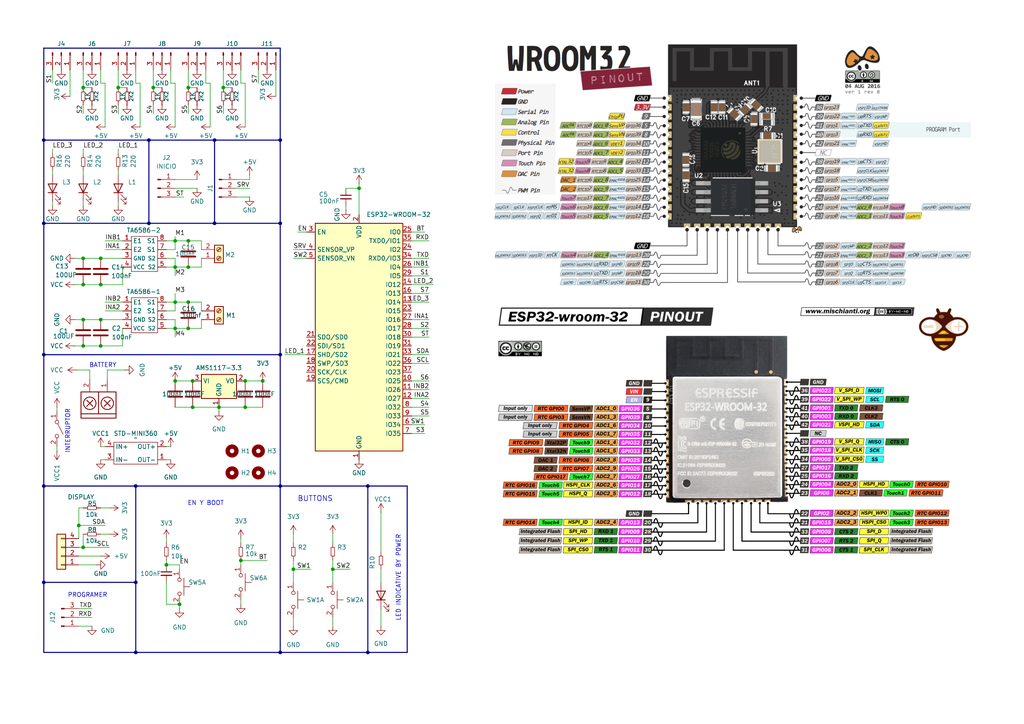
<source format=kicad_sch>
(kicad_sch (version 20250114) (generator "eeschema") (generator_version "9.0")
  (paper "A4")
  (lib_symbols
    (symbol "+3V3_1" (power) (pin_numbers (hide yes)) (pin_names (offset 0) (hide yes))
      (property "Value" "+3V3" (at 0 3.556 0))
      (symbol "+3V3_1_1_1"
        (pin power_in line (at 0 0 90) (length 0) (name "~") (number "1"))
      )
    )
    (symbol "2019---Sumo---NANO---BTS7960-rescue:R-EESTN5" (pin_numbers (hide yes)) (pin_names (offset 0))
      (property "Reference" "R" (at -1.27 0 90))
      (property "Value" "R-EESTN5" (at 1.27 0 90))
      (symbol "R-EESTN5_1_1"
        (pin passive line (at 0 2.54 270) (length 1.27) (name "~") (number "1"))
        (pin passive line (at 0 -2.54 90) (length 1.27) (name "~") (number "2"))
      )
    )
    (symbol "Connector:Conn_01x03_Pin" (pin_names (offset 1.016) (hide yes))
      (property "Reference" "J" (at 0 5.08 0))
      (property "Value" "Conn_01x03_Pin" (at 0 -5.08 0))
      (symbol "Conn_01x03_Pin_1_1"
        (pin passive line (at 5.08 2.54 180) (length 3.81) (name "Pin_1") (number "1"))
        (pin passive line (at 5.08 0 180) (length 3.81) (name "Pin_2") (number "2"))
        (pin passive line (at 5.08 -2.54 180) (length 3.81) (name "Pin_3") (number "3"))
      )
    )
    (symbol "Connector:Screw_Terminal_01x02" (pin_names (offset 1.016) (hide yes))
      (property "Reference" "J" (at 0 2.54 0))
      (property "Value" "Screw_Terminal_01x02" (at 0 -5.08 0))
      (symbol "Screw_Terminal_01x02_1_1"
        (pin passive line (at -5.08 0 0) (length 3.81) (name "Pin_1") (number "1"))
        (pin passive line (at -5.08 -2.54 0) (length 3.81) (name "Pin_2") (number "2"))
      )
    )
    (symbol "Connector_Generic:Conn_01x04" (pin_names (offset 1.016) (hide yes))
      (property "Reference" "J" (at 0 5.08 0))
      (property "Value" "Conn_01x04" (at 0 -7.62 0))
      (symbol "Conn_01x04_1_1"
        (pin passive line (at -5.08 2.54 0) (length 3.81) (name "Pin_1") (number "1"))
        (pin passive line (at -5.08 0 0) (length 3.81) (name "Pin_2") (number "2"))
        (pin passive line (at -5.08 -2.54 0) (length 3.81) (name "Pin_3") (number "3"))
        (pin passive line (at -5.08 -5.08 0) (length 3.81) (name "Pin_4") (number "4"))
      )
    )
    (symbol "Device:C" (pin_numbers (hide yes)) (pin_names (offset 0.254))
      (property "Reference" "C" (at 0.635 2.54 0))
      (property "Value" "C" (at 0.635 -2.54 0))
      (symbol "C_1_1"
        (pin passive line (at 0 3.81 270) (length 2.794) (name "~") (number "1"))
        (pin passive line (at 0 -3.81 90) (length 2.794) (name "~") (number "2"))
      )
    )
    (symbol "Device:C_Small" (pin_numbers (hide yes)) (pin_names (offset 0.254) (hide yes))
      (property "Reference" "C" (at 0.254 1.778 0))
      (property "Value" "C_Small" (at 0.254 -2.032 0))
      (symbol "C_Small_1_1"
        (pin passive line (at 0 2.54 270) (length 2.032) (name "~") (number "1"))
        (pin passive line (at 0 -2.54 90) (length 2.032) (name "~") (number "2"))
      )
    )
    (symbol "Device:LED" (pin_numbers (hide yes)) (pin_names (offset 1.016) (hide yes))
      (property "Reference" "D" (at 0 2.54 0))
      (property "Value" "LED" (at 0 -2.54 0))
      (symbol "LED_1_1"
        (pin passive line (at -3.81 0 0) (length 2.54) (name "K") (number "1"))
        (pin passive line (at 3.81 0 180) (length 2.54) (name "A") (number "2"))
      )
    )
    (symbol "EESTN5:R" (pin_numbers (hide yes)) (pin_names (offset 0))
      (property "Reference" "R" (at -1.27 0 90))
      (property "Value" "R" (at 1.27 0 90))
      (symbol "R_1_1"
        (pin passive line (at 0 2.54 270) (length 1.27) (name "~") (number "1"))
        (pin passive line (at 0 -2.54 90) (length 1.27) (name "~") (number "2"))
      )
    )
    (symbol "EESTN5:TB_1X2" (pin_names (offset 1.016))
      (property "Reference" "J" (at 0 7.62 0))
      (property "Value" "TB_1X2" (at 1.27 -7.62 0))
      (symbol "TB_1X2_1_1"
        (pin input line (at 8.89 2.54 180) (length 3.81) (name "~") (number "1"))
        (pin input line (at 8.89 -2.54 180) (length 3.81) (name "~") (number "2"))
      )
    )
    (symbol "GND_1" (power) (pin_names (offset 0))
      (property "Value" "GND_1" (at 0 -3.81 0))
      (symbol "GND_1_1_1"
        (pin power_in line (at 0 0 270) (length 0) (hide yes) (name "GND") (number "1"))
      )
    )
    (symbol "Mechanical:MountingHole" (pin_names (offset 1.016)) (in_bom no)
      (property "Reference" "H" (at 0 5.08 0))
      (property "Value" "MountingHole" (at 0 3.175 0))
    )
    (symbol "New_Library_Triatlón:TA6586"
      (property "Reference" "DriverTA6586" (at -7.366 7.112 0))
      (symbol "TA6586_1_1"
        (pin bidirectional line (at -13.97 3.81 0) (length 2.54) (name "E1") (number "1"))
        (pin bidirectional line (at -13.97 1.27 0) (length 2.54) (name "E2") (number "2"))
        (pin output line (at -13.97 -1.27 0) (length 2.54) (name "GND") (number "3"))
        (pin input line (at -13.97 -3.81 0) (length 2.54) (name "VCC") (number "4"))
        (pin bidirectional line (at -1.27 3.81 180) (length 2.54) (name "S1") (number "8"))
        (pin bidirectional line (at -1.27 1.27 180) (length 2.54) (name "S1") (number "7"))
        (pin bidirectional line (at -1.27 -1.27 180) (length 2.54) (name "S2") (number "6"))
        (pin bidirectional line (at -1.27 -3.81 180) (length 2.54) (name "S2") (number "5"))
      )
    )
    (symbol "RF_Module:ESP32-WROOM-32"
      (property "Reference" "U" (at -12.7 34.29 0))
      (property "Value" "ESP32-WROOM-32" (at 1.27 34.29 0))
      (symbol "ESP32-WROOM-32_1_1"
        (pin input line (at -15.24 30.48 0) (length 2.54) (name "EN") (number "3"))
        (pin input line (at -15.24 25.4 0) (length 2.54) (name "SENSOR_VP") (number "4"))
        (pin input line (at -15.24 22.86 0) (length 2.54) (name "SENSOR_VN") (number "5"))
        (pin bidirectional line (at -15.24 0 0) (length 2.54) (name "SDO/SD0") (number "21"))
        (pin bidirectional line (at -15.24 -2.54 0) (length 2.54) (name "SDI/SD1") (number "22"))
        (pin bidirectional line (at -15.24 -5.08 0) (length 2.54) (name "SHD/SD2") (number "17"))
        (pin bidirectional line (at -15.24 -7.62 0) (length 2.54) (name "SWP/SD3") (number "18"))
        (pin bidirectional line (at -15.24 -10.16 0) (length 2.54) (name "SCK/CLK") (number "20"))
        (pin bidirectional line (at -15.24 -12.7 0) (length 2.54) (name "SCS/CMD") (number "19"))
        (pin no_connect line (at -12.7 -27.94 0) (length 2.54) (hide yes) (name "NC") (number "32"))
        (pin power_in line (at 0 35.56 270) (length 2.54) (name "VDD") (number "2"))
        (pin power_in line (at 0 -35.56 90) (length 2.54) (name "GND") (number "1"))
        (pin passive line (at 0 -35.56 90) (length 2.54) (hide yes) (name "GND") (number "15"))
        (pin passive line (at 0 -35.56 90) (length 2.54) (hide yes) (name "GND") (number "38"))
        (pin passive line (at 0 -35.56 90) (length 2.54) (hide yes) (name "GND") (number "39"))
        (pin bidirectional line (at 15.24 30.48 180) (length 2.54) (name "IO0") (number "25"))
        (pin bidirectional line (at 15.24 27.94 180) (length 2.54) (name "TXD0/IO1") (number "35"))
        (pin bidirectional line (at 15.24 25.4 180) (length 2.54) (name "IO2") (number "24"))
        (pin bidirectional line (at 15.24 22.86 180) (length 2.54) (name "RXD0/IO3") (number "34"))
        (pin bidirectional line (at 15.24 20.32 180) (length 2.54) (name "IO4") (number "26"))
        (pin bidirectional line (at 15.24 17.78 180) (length 2.54) (name "IO5") (number "29"))
        (pin bidirectional line (at 15.24 15.24 180) (length 2.54) (name "IO12") (number "14"))
        (pin bidirectional line (at 15.24 12.7 180) (length 2.54) (name "IO13") (number "16"))
        (pin bidirectional line (at 15.24 10.16 180) (length 2.54) (name "IO14") (number "13"))
        (pin bidirectional line (at 15.24 7.62 180) (length 2.54) (name "IO15") (number "23"))
        (pin bidirectional line (at 15.24 5.08 180) (length 2.54) (name "IO16") (number "27"))
        (pin bidirectional line (at 15.24 2.54 180) (length 2.54) (name "IO17") (number "28"))
        (pin bidirectional line (at 15.24 0 180) (length 2.54) (name "IO18") (number "30"))
        (pin bidirectional line (at 15.24 -2.54 180) (length 2.54) (name "IO19") (number "31"))
        (pin bidirectional line (at 15.24 -5.08 180) (length 2.54) (name "IO21") (number "33"))
        (pin bidirectional line (at 15.24 -7.62 180) (length 2.54) (name "IO22") (number "36"))
        (pin bidirectional line (at 15.24 -10.16 180) (length 2.54) (name "IO23") (number "37"))
        (pin bidirectional line (at 15.24 -12.7 180) (length 2.54) (name "IO25") (number "10"))
        (pin bidirectional line (at 15.24 -15.24 180) (length 2.54) (name "IO26") (number "11"))
        (pin bidirectional line (at 15.24 -17.78 180) (length 2.54) (name "IO27") (number "12"))
        (pin bidirectional line (at 15.24 -20.32 180) (length 2.54) (name "IO32") (number "8"))
        (pin bidirectional line (at 15.24 -22.86 180) (length 2.54) (name "IO33") (number "9"))
        (pin input line (at 15.24 -25.4 180) (length 2.54) (name "IO34") (number "6"))
        (pin input line (at 15.24 -27.94 180) (length 2.54) (name "IO35") (number "7"))
      )
    )
    (symbol "Regulator_Linear:AMS1117-3.3"
      (property "Reference" "U" (at -3.81 3.175 0))
      (property "Value" "AMS1117-3.3" (at 0 3.175 0))
      (symbol "AMS1117-3.3_1_1"
        (pin power_in line (at -7.62 0 0) (length 2.54) (name "VI") (number "3"))
        (pin power_in line (at 0 -7.62 90) (length 2.54) (name "GND") (number "1"))
        (pin power_out line (at 7.62 0 180) (length 2.54) (name "VO") (number "2"))
      )
    )
    (symbol "Switch:SW_DPST_x2" (pin_names (offset 0) (hide yes))
      (property "Reference" "SW" (at 0 3.175 0))
      (property "Value" "SW_DPST_x2" (at 0 -2.54 0))
      (symbol "SW_DPST_x2_1_1"
        (pin passive line (at -5.08 0 0) (length 2.54) (name "A") (number "1"))
        (pin passive line (at 5.08 0 180) (length 2.54) (name "B") (number "2"))
      )
      (symbol "SW_DPST_x2_2_1"
        (pin passive line (at -5.08 0 0) (length 2.54) (name "A") (number "3"))
        (pin passive line (at 5.08 0 180) (length 2.54) (name "B") (number "4"))
      )
    )
    (symbol "Switch:SW_Push_Dual_x2" (pin_names (offset 1.016) (hide yes))
      (property "Reference" "SW" (at 1.27 2.54 0))
      (property "Value" "SW_Push_Dual_x2" (at 0 -1.524 0))
      (symbol "SW_Push_Dual_x2_1_1"
        (pin passive line (at -5.08 0 0) (length 2.54) (name "C") (number "1"))
        (pin passive line (at 5.08 0 180) (length 2.54) (name "D") (number "2"))
      )
      (symbol "SW_Push_Dual_x2_2_1"
        (pin passive line (at -5.08 0 0) (length 2.54) (name "C") (number "3"))
        (pin passive line (at 5.08 0 180) (length 2.54) (name "D") (number "4"))
      )
    )
    (symbol "TA6586_1"
      (property "Reference" "DriverTA6586" (at -7.366 7.112 0))
      (symbol "TA6586_1_1_1"
        (pin bidirectional line (at -13.97 3.81 0) (length 2.54) (name "E1") (number "1"))
        (pin bidirectional line (at -13.97 1.27 0) (length 2.54) (name "E2") (number "2"))
        (pin output line (at -13.97 -1.27 0) (length 2.54) (name "GND") (number "3"))
        (pin input line (at -13.97 -3.81 0) (length 2.54) (name "VCC") (number "4"))
        (pin bidirectional line (at -1.27 3.81 180) (length 2.54) (name "S1") (number "8"))
        (pin bidirectional line (at -1.27 1.27 180) (length 2.54) (name "S1") (number "7"))
        (pin bidirectional line (at -1.27 -1.27 180) (length 2.54) (name "S2") (number "6"))
        (pin bidirectional line (at -1.27 -3.81 180) (length 2.54) (name "S2") (number "5"))
      )
    )
    (symbol "Trejo huellas nuevas:STEP_DOWN_MINI_360"
      (property "Reference" "U" (at 1.778 2.54 0))
      (symbol "STEP_DOWN_MINI_360_1_1"
        (pin input line (at -5.08 0 0) (length 2.54) (name "OUT+") (number "2"))
        (pin input line (at -5.08 -3.81 0) (length 2.54) (name "OUT-") (number "1"))
        (pin input line (at 12.7 0 180) (length 2.54) (name "IN+") (number "4"))
        (pin input line (at 12.7 -3.81 180) (length 2.54) (name "IN-") (number "3"))
      )
    )
    (symbol "power:+3V3" (power) (pin_names (offset 0))
      (property "Value" "+3V3" (at 0 3.556 0))
      (symbol "+3V3_1_1"
        (pin power_in line (at 0 0 90) (length 0) (hide yes) (name "+3V3") (number "1"))
      )
    )
    (symbol "power:+5V" (power) (pin_numbers (hide yes)) (pin_names (offset 0) (hide yes))
      (property "Value" "+5V" (at 0 3.556 0))
      (symbol "+5V_1_1"
        (pin power_in line (at 0 0 90) (length 0) (name "~") (number "1"))
      )
    )
    (symbol "power:GND" (power) (pin_numbers (hide yes)) (pin_names (offset 0) (hide yes))
      (property "Value" "GND" (at 0 -3.81 0))
      (symbol "GND_1_1"
        (pin power_in line (at 0 0 270) (length 0) (name "~") (number "1"))
      )
    )
    (symbol "power:VCC" (power) (pin_numbers (hide yes)) (pin_names (offset 0) (hide yes))
      (property "Value" "VCC" (at 0 3.556 0))
      (symbol "VCC_1_1"
        (pin power_in line (at 0 0 90) (length 0) (name "~") (number "1"))
      )
    )
  )
  (text "BUTTONS\n" (at 91.44 144.78 0) (effects (font (size 1.524 1.524))))
  (text "EN Y BOOT" (at 59.69 146.05 0) (effects (font (size 1.27 1.27))))
  (text "PROGRAMER\n" (at 25.4 172.72 0) (effects (font (size 1.27 1.27))))
  (text "INTERRUPTOR" (at 19.685 125.095 90) (effects (font (size 1.27 1.27))))
  (text "BATTERY" (at 29.845 106.045 0) (effects (font (size 1.27 1.27))))
  (text "LED INDICATIVE BY P0WER\n" (at 115.57 167.64 90) (effects (font (size 1.27 1.27))))
  (junction (at 29.21 74.93))
  (junction (at 81.28 40.64))
  (junction (at 24.13 100.33))
  (junction (at 71.12 110.49))
  (junction (at 39.37 189.23))
  (junction (at 12.7 40.64))
  (junction (at 54.61 87.63))
  (junction (at 39.37 168.91))
  (junction (at 24.13 82.55))
  (junction (at 54.61 77.47))
  (junction (at 39.37 140.97))
  (junction (at 69.85 162.56))
  (junction (at 29.21 92.71))
  (junction (at 104.14 54.61))
  (junction (at 43.18 40.64))
  (junction (at 24.13 25.4))
  (junction (at 44.45 25.4))
  (junction (at 12.7 64.77))
  (junction (at 81.28 140.97))
  (junction (at 55.88 118.11))
  (junction (at 81.28 64.77))
  (junction (at 29.21 100.33))
  (junction (at 29.21 82.55))
  (junction (at 50.8 110.49))
  (junction (at 62.23 64.77))
  (junction (at 12.7 168.91))
  (junction (at 24.13 92.71))
  (junction (at 55.88 110.49))
  (junction (at 81.28 102.87))
  (junction (at 52.07 175.26))
  (junction (at 54.61 95.25))
  (junction (at 106.68 189.23))
  (junction (at 62.23 40.64))
  (junction (at 22.86 152.4))
  (junction (at 50.8 87.63))
  (junction (at 96.52 165.1))
  (junction (at 64.77 25.4))
  (junction (at 63.5 118.11))
  (junction (at 76.2 110.49))
  (junction (at 48.26 163.83))
  (junction (at 12.7 102.87))
  (junction (at 54.61 25.4))
  (junction (at 34.29 25.4))
  (junction (at 85.09 165.1))
  (junction (at 50.8 69.85))
  (junction (at 50.8 77.47))
  (junction (at 24.13 158.75))
  (junction (at 106.68 140.97))
  (junction (at 54.61 69.85))
  (junction (at 12.7 140.97))
  (junction (at 50.8 95.25))
  (junction (at 81.28 189.23))
  (junction (at 43.18 64.77))
  (junction (at 24.13 74.93))
  (junction (at 71.12 118.11))
  (wire (pts (xy 124.46 85.09) (xy 119.38 85.09)))
  (wire (pts (xy 30.48 72.39) (xy 35.56 72.39)))
  (wire (pts (xy 110.49 168.91) (xy 110.49 165.1)))
  (bus (pts (xy 81.28 40.64) (xy 81.28 64.77)))
  (wire (pts (xy 58.42 87.63) (xy 58.42 90.17)))
  (bus (pts (xy 81.28 102.87) (xy 81.28 140.97)))
  (wire (pts (xy 50.8 74.93) (xy 50.8 77.47)))
  (wire (pts (xy 44.45 20.32) (xy 44.45 25.4)))
  (wire (pts (xy 96.52 165.1) (xy 96.52 168.91)))
  (bus (pts (xy 43.18 40.64) (xy 62.23 40.64)))
  (bus (pts (xy 62.23 64.77) (xy 81.28 64.77)))
  (wire (pts (xy 64.77 20.32) (xy 64.77 25.4)))
  (wire (pts (xy 54.61 25.4) (xy 57.15 25.4)))
  (wire (pts (xy 50.8 110.49) (xy 55.88 110.49)))
  (wire (pts (xy 21.59 100.33) (xy 24.13 100.33)))
  (wire (pts (xy 48.26 156.21) (xy 48.26 157.48)))
  (bus (pts (xy 81.28 64.77) (xy 81.28 102.87)))
  (wire (pts (xy 34.29 58.42) (xy 34.29 59.69)))
  (wire (pts (xy 29.21 92.71) (xy 35.56 92.71)))
  (wire (pts (xy 48.26 90.17) (xy 50.8 90.17)))
  (wire (pts (xy 124.46 102.87) (xy 119.38 102.87)))
  (wire (pts (xy 124.46 110.49) (xy 119.38 110.49)))
  (bus (pts (xy 12.7 168.91) (xy 12.7 189.23)))
  (wire (pts (xy 124.46 87.63) (xy 119.38 87.63)))
  (wire (pts (xy 30.48 90.17) (xy 35.56 90.17)))
  (wire (pts (xy 86.36 67.31) (xy 88.9 67.31)))
  (bus (pts (xy 81.28 140.97) (xy 106.68 140.97)))
  (wire (pts (xy 69.85 156.21) (xy 69.85 157.48)))
  (wire (pts (xy 48.26 72.39) (xy 50.8 72.39)))
  (wire (pts (xy 72.39 52.07) (xy 72.39 50.8)))
  (bus (pts (xy 81.28 13.97) (xy 12.7 13.97)))
  (wire (pts (xy 82.55 102.87) (xy 88.9 102.87)))
  (wire (pts (xy 54.61 95.25) (xy 58.42 95.25)))
  (wire (pts (xy 125.73 82.55) (xy 119.38 82.55)))
  (wire (pts (xy 48.26 168.91) (xy 48.26 175.26)))
  (wire (pts (xy 48.26 87.63) (xy 50.8 87.63)))
  (wire (pts (xy 30.48 36.83) (xy 30.48 24.13)))
  (bus (pts (xy 43.18 40.64) (xy 43.18 64.77)))
  (wire (pts (xy 74.93 24.13) (xy 74.93 20.32)))
  (wire (pts (xy 48.26 92.71) (xy 50.8 92.71)))
  (wire (pts (xy 69.85 24.13) (xy 69.85 20.32)))
  (wire (pts (xy 100.33 59.69) (xy 100.33 60.96)))
  (bus (pts (xy 81.28 40.64) (xy 81.28 13.97)))
  (wire (pts (xy 69.85 162.56) (xy 69.85 163.83)))
  (wire (pts (xy 124.46 95.25) (xy 119.38 95.25)))
  (wire (pts (xy 40.64 36.83) (xy 40.64 24.13)))
  (wire (pts (xy 52.07 175.26) (xy 52.07 176.53)))
  (wire (pts (xy 49.53 133.35) (xy 48.26 133.35)))
  (wire (pts (xy 124.46 118.11) (xy 119.38 118.11)))
  (wire (pts (xy 124.46 105.41) (xy 119.38 105.41)))
  (wire (pts (xy 24.13 58.42) (xy 24.13 59.69)))
  (wire (pts (xy 35.56 82.55) (xy 35.56 77.47)))
  (wire (pts (xy 64.77 25.4) (xy 67.31 25.4)))
  (wire (pts (xy 50.8 95.25) (xy 54.61 95.25)))
  (wire (pts (xy 21.59 74.93) (xy 24.13 74.93)))
  (wire (pts (xy 29.21 82.55) (xy 35.56 82.55)))
  (wire (pts (xy 69.85 173.99) (xy 69.85 175.26)))
  (wire (pts (xy 34.29 43.18) (xy 34.29 44.45)))
  (wire (pts (xy 34.29 49.53) (xy 34.29 50.8)))
  (wire (pts (xy 104.14 53.34) (xy 104.14 54.61)))
  (wire (pts (xy 71.12 24.13) (xy 69.85 24.13)))
  (wire (pts (xy 54.61 69.85) (xy 58.42 69.85)))
  (wire (pts (xy 54.61 87.63) (xy 58.42 87.63)))
  (wire (pts (xy 54.61 20.32) (xy 54.61 25.4)))
  (wire (pts (xy 15.24 24.13) (xy 15.24 20.32)))
  (wire (pts (xy 80.01 27.94) (xy 80.01 20.32)))
  (wire (pts (xy 123.19 123.19) (xy 119.38 123.19)))
  (wire (pts (xy 123.19 125.73) (xy 119.38 125.73)))
  (wire (pts (xy 104.14 54.61) (xy 104.14 62.23)))
  (wire (pts (xy 96.52 179.07) (xy 96.52 181.61)))
  (wire (pts (xy 34.29 25.4) (xy 36.83 25.4)))
  (wire (pts (xy 24.13 82.55) (xy 29.21 82.55)))
  (wire (pts (xy 50.8 87.63) (xy 54.61 87.63)))
  (wire (pts (xy 59.69 24.13) (xy 59.69 20.32)))
  (wire (pts (xy 50.8 54.61) (xy 57.15 54.61)))
  (wire (pts (xy 48.26 175.26) (xy 52.07 175.26)))
  (wire (pts (xy 124.46 80.01) (xy 119.38 80.01)))
  (wire (pts (xy 54.61 77.47) (xy 58.42 77.47)))
  (wire (pts (xy 85.09 179.07) (xy 85.09 181.61)))
  (wire (pts (xy 124.46 97.79) (xy 119.38 97.79)))
  (wire (pts (xy 72.39 57.15) (xy 68.58 57.15)))
  (wire (pts (xy 24.13 33.02) (xy 24.13 30.48)))
  (wire (pts (xy 24.13 25.4) (xy 26.67 25.4)))
  (bus (pts (xy 39.37 168.91) (xy 39.37 189.23)))
  (wire (pts (xy 15.24 49.53) (xy 15.24 50.8)))
  (wire (pts (xy 26.67 179.07) (xy 22.86 179.07)))
  (wire (pts (xy 50.8 118.11) (xy 55.88 118.11)))
  (wire (pts (xy 50.8 24.13) (xy 49.53 24.13)))
  (wire (pts (xy 96.52 162.56) (xy 96.52 165.1)))
  (wire (pts (xy 24.13 154.94) (xy 24.13 158.75)))
  (wire (pts (xy 39.37 24.13) (xy 39.37 20.32)))
  (wire (pts (xy 58.42 69.85) (xy 58.42 72.39)))
  (wire (pts (xy 34.29 33.02) (xy 34.29 30.48)))
  (wire (pts (xy 31.115 107.315) (xy 31.115 109.855)))
  (wire (pts (xy 30.48 69.85) (xy 35.56 69.85)))
  (wire (pts (xy 22.225 107.315) (xy 26.035 107.315)))
  (bus (pts (xy 12.7 13.97) (xy 12.7 40.64)))
  (wire (pts (xy 100.33 54.61) (xy 104.14 54.61)))
  (wire (pts (xy 21.59 92.71) (xy 24.13 92.71)))
  (wire (pts (xy 119.38 115.57) (xy 124.46 115.57)))
  (wire (pts (xy 53.34 57.15) (xy 50.8 57.15)))
  (wire (pts (xy 90.17 165.1) (xy 85.09 165.1)))
  (wire (pts (xy 48.26 163.83) (xy 52.07 163.83)))
  (wire (pts (xy 58.42 92.71) (xy 58.42 95.25)))
  (wire (pts (xy 15.24 58.42) (xy 15.24 59.69)))
  (wire (pts (xy 22.86 163.83) (xy 27.94 163.83)))
  (bus (pts (xy 12.7 140.97) (xy 12.7 168.91)))
  (wire (pts (xy 16.51 130.81) (xy 16.51 129.54)))
  (wire (pts (xy 44.45 33.02) (xy 44.45 30.48)))
  (wire (pts (xy 29.21 133.35) (xy 30.48 133.35)))
  (wire (pts (xy 30.48 87.63) (xy 35.56 87.63)))
  (wire (pts (xy 29.21 24.13) (xy 29.21 20.32)))
  (wire (pts (xy 110.49 181.61) (xy 110.49 176.53)))
  (wire (pts (xy 50.8 90.17) (xy 50.8 87.63)))
  (wire (pts (xy 71.12 118.11) (xy 76.2 118.11)))
  (wire (pts (xy 63.5 118.11) (xy 63.5 119.38)))
  (bus (pts (xy 62.23 40.64) (xy 81.28 40.64)))
  (wire (pts (xy 71.12 110.49) (xy 76.2 110.49)))
  (wire (pts (xy 22.86 161.29) (xy 29.21 161.29)))
  (wire (pts (xy 85.09 74.93) (xy 88.9 74.93)))
  (wire (pts (xy 44.45 25.4) (xy 46.99 25.4)))
  (wire (pts (xy 85.09 165.1) (xy 85.09 168.91)))
  (bus (pts (xy 12.7 64.77) (xy 43.18 64.77)))
  (wire (pts (xy 85.09 154.94) (xy 85.09 157.48)))
  (wire (pts (xy 22.86 152.4) (xy 22.86 147.32)))
  (wire (pts (xy 49.53 129.54) (xy 48.26 129.54)))
  (wire (pts (xy 69.85 162.56) (xy 77.47 162.56)))
  (bus (pts (xy 12.7 40.64) (xy 43.18 40.64)))
  (wire (pts (xy 85.09 162.56) (xy 85.09 165.1)))
  (wire (pts (xy 63.5 118.11) (xy 71.12 118.11)))
  (wire (pts (xy 101.6 165.1) (xy 96.52 165.1)))
  (bus (pts (xy 39.37 140.97) (xy 39.37 168.91)))
  (wire (pts (xy 48.26 95.25) (xy 50.8 95.25)))
  (wire (pts (xy 36.195 107.315) (xy 31.115 107.315)))
  (wire (pts (xy 31.75 158.75) (xy 24.13 158.75)))
  (bus (pts (xy 81.28 189.23) (xy 106.68 189.23)))
  (wire (pts (xy 24.13 92.71) (xy 29.21 92.71)))
  (bus (pts (xy 12.7 102.87) (xy 12.7 140.97)))
  (wire (pts (xy 50.8 85.09) (xy 50.8 87.63)))
  (wire (pts (xy 22.86 152.4) (xy 30.48 152.4)))
  (wire (pts (xy 64.77 33.02) (xy 64.77 30.48)))
  (bus (pts (xy 12.7 40.64) (xy 12.7 64.77)))
  (wire (pts (xy 16.51 118.11) (xy 16.51 119.38)))
  (wire (pts (xy 50.8 52.07) (xy 57.15 52.07)))
  (wire (pts (xy 22.86 147.32) (xy 24.13 147.32)))
  (wire (pts (xy 60.96 24.13) (xy 59.69 24.13)))
  (wire (pts (xy 52.07 165.1) (xy 52.07 163.83)))
  (wire (pts (xy 48.26 74.93) (xy 50.8 74.93)))
  (wire (pts (xy 50.8 69.85) (xy 54.61 69.85)))
  (bus (pts (xy 12.7 189.23) (xy 39.37 189.23)))
  (wire (pts (xy 119.38 74.93) (xy 124.46 74.93)))
  (wire (pts (xy 110.49 148.59) (xy 110.49 160.02)))
  (wire (pts (xy 26.67 176.53) (xy 22.86 176.53)))
  (wire (pts (xy 26.035 107.315) (xy 26.035 109.855)))
  (wire (pts (xy 54.61 33.02) (xy 54.61 30.48)))
  (wire (pts (xy 15.24 43.18) (xy 15.24 44.45)))
  (wire (pts (xy 29.21 100.33) (xy 35.56 100.33)))
  (wire (pts (xy 49.53 24.13) (xy 49.53 20.32)))
  (bus (pts (xy 12.7 102.87) (xy 81.28 102.87)))
  (wire (pts (xy 24.13 158.75) (xy 22.86 158.75)))
  (wire (pts (xy 50.8 72.39) (xy 50.8 69.85)))
  (wire (pts (xy 124.46 92.71) (xy 119.38 92.71)))
  (wire (pts (xy 96.52 154.94) (xy 96.52 157.48)))
  (wire (pts (xy 48.26 77.47) (xy 50.8 77.47)))
  (wire (pts (xy 50.8 92.71) (xy 50.8 95.25)))
  (wire (pts (xy 40.64 24.13) (xy 39.37 24.13)))
  (wire (pts (xy 55.88 118.11) (xy 63.5 118.11)))
  (bus (pts (xy 43.18 64.77) (xy 62.23 64.77)))
  (bus (pts (xy 118.11 140.97) (xy 118.11 189.23)))
  (wire (pts (xy 60.96 36.83) (xy 60.96 24.13)))
  (wire (pts (xy 29.21 129.54) (xy 30.48 129.54)))
  (bus (pts (xy 106.68 140.97) (xy 106.68 189.23)))
  (bus (pts (xy 12.7 168.91) (xy 39.37 168.91)))
  (wire (pts (xy 20.32 27.94) (xy 20.32 20.32)))
  (wire (pts (xy 119.38 69.85) (xy 124.46 69.85)))
  (wire (pts (xy 50.8 80.01) (xy 50.8 77.47)))
  (bus (pts (xy 39.37 140.97) (xy 81.28 140.97)))
  (wire (pts (xy 48.26 162.56) (xy 48.26 163.83)))
  (bus (pts (xy 12.7 140.97) (xy 39.37 140.97)))
  (bus (pts (xy 12.7 64.77) (xy 12.7 102.87)))
  (wire (pts (xy 88.9 72.39) (xy 85.09 72.39)))
  (wire (pts (xy 119.38 67.31) (xy 123.19 67.31)))
  (wire (pts (xy 50.8 36.83) (xy 50.8 24.13)))
  (wire (pts (xy 30.48 24.13) (xy 29.21 24.13)))
  (wire (pts (xy 50.8 77.47) (xy 54.61 77.47)))
  (bus (pts (xy 39.37 189.23) (xy 81.28 189.23)))
  (wire (pts (xy 124.46 77.47) (xy 119.38 77.47)))
  (bus (pts (xy 62.23 40.64) (xy 62.23 64.77)))
  (wire (pts (xy 58.42 77.47) (xy 58.42 74.93)))
  (wire (pts (xy 26.67 181.61) (xy 22.86 181.61)))
  (wire (pts (xy 24.13 43.18) (xy 24.13 44.45)))
  (wire (pts (xy 21.59 82.55) (xy 24.13 82.55)))
  (wire (pts (xy 34.29 20.32) (xy 34.29 25.4)))
  (wire (pts (xy 50.8 68.58) (xy 50.8 69.85)))
  (wire (pts (xy 72.39 54.61) (xy 68.58 54.61)))
  (wire (pts (xy 31.75 147.32) (xy 29.21 147.32)))
  (bus (pts (xy 106.68 189.23) (xy 118.11 189.23)))
  (wire (pts (xy 124.46 120.65) (xy 119.38 120.65)))
  (bus (pts (xy 81.28 140.97) (xy 81.28 189.23)))
  (wire (pts (xy 50.8 97.79) (xy 50.8 95.25)))
  (wire (pts (xy 124.46 113.03) (xy 119.38 113.03)))
  (wire (pts (xy 71.12 36.83) (xy 71.12 24.13)))
  (bus (pts (xy 106.68 140.97) (xy 118.11 140.97)))
  (wire (pts (xy 22.86 156.21) (xy 22.86 152.4)))
  (wire (pts (xy 24.13 20.32) (xy 24.13 25.4)))
  (wire (pts (xy 24.13 74.93) (xy 29.21 74.93)))
  (wire (pts (xy 24.13 100.33) (xy 29.21 100.33)))
  (wire (pts (xy 29.21 74.93) (xy 35.56 74.93)))
  (wire (pts (xy 68.58 52.07) (xy 72.39 52.07)))
  (wire (pts (xy 48.26 69.85) (xy 50.8 69.85)))
  (wire (pts (xy 35.56 100.33) (xy 35.56 95.25)))
  (wire (pts (xy 31.75 154.94) (xy 29.21 154.94)))
  (wire (pts (xy 24.13 49.53) (xy 24.13 50.8)))
  (image (at 212.725 47.625) (scale 1.17303))
  (image (at 212.725 125.095) (scale 0.915504))
  (label "SW2" (at 101.6 165.1 180))
  (label "LED_2" (at 125.73 82.55 180))
  (label "S2" (at 24.13 33.02 90))
  (label "SW2" (at 85.09 74.93 0))
  (label "M2" (at 50.8 80.01 0))
  (label "INB2" (at 124.46 113.03 180))
  (label "TXD" (at 124.46 74.93 180))
  (label "INA2" (at 124.46 115.57 180))
  (label "S1" (at 15.24 24.13 90))
  (label "INA2" (at 30.48 90.17 0))
  (label "S7" (at 124.46 85.09 180))
  (label "INB2" (at 30.48 87.63 0))
  (label "S5" (at 124.46 120.65 180))
  (label "INB1" (at 30.48 69.85 0))
  (label "LED_1" (at 82.55 102.87 0))
  (label "BT" (at 77.47 162.56 180))
  (label "SCL" (at 124.46 105.41 180))
  (label "SRV" (at 72.39 54.61 180))
  (label "INA1" (at 124.46 92.71 180))
  (label "ST" (at 53.34 57.15 180))
  (label "S5" (at 54.61 33.02 90))
  (label "RXD" (at 124.46 69.85 180))
  (label "SDA" (at 124.46 102.87 180))
  (label "S6" (at 64.77 33.02 90))
  (label "LED_1" (at 34.29 43.18 0))
  (label "EN" (at 52.07 163.83 0))
  (label "EN" (at 86.36 67.31 0))
  (label "M4" (at 50.8 97.79 0))
  (label "LED_3" (at 124.46 87.63 180))
  (label "SDA" (at 30.48 152.4 180))
  (label "S6" (at 124.46 110.49 180))
  (label "LED_3" (at 15.24 43.18 0))
  (label "SRV" (at 85.09 72.39 0))
  (label "LED_2" (at 24.13 43.18 0))
  (label "SCL" (at 31.75 158.75 180))
  (label "S4" (at 44.45 33.02 90))
  (label "S3" (at 123.19 125.73 180))
  (label "RXD" (at 26.67 179.07 180))
  (label "S7" (at 74.93 24.13 90))
  (label "ST" (at 124.46 97.79 180))
  (label "S3" (at 34.29 33.02 90))
  (label "BT" (at 123.19 67.31 180))
  (label "S2" (at 124.46 95.25 180))
  (label "M1" (at 50.8 68.58 0))
  (label "SW1" (at 123.19 123.19 180))
  (label "INA1" (at 30.48 72.39 0))
  (label "SW1" (at 90.17 165.1 180))
  (label "S4" (at 124.46 118.11 180))
  (label "INB1" (at 124.46 77.47 180))
  (label "S1" (at 124.46 80.01 180))
  (label "M3" (at 50.8 85.09 0))
  (label "TXD" (at 26.67 176.53 180))
  (symbol (lib_id "Mechanical:MountingHole") (at 67.31 137.16 0) (unit 1) (in_bom no)
    (property "Reference" "H2" (at 69.85 137.16 0) (effects (justify left)))
    (property "Value" "MountingHole" (effects (hide yes)))
    (property "Footprint" "MountingHole:MountingHole_3mm" (effects (hide yes)))
    (property "Description" "Mounting Hole without connection" (effects (hide yes)))
  )
  (symbol (lib_id "Connector:Conn_01x03_Pin") (at 26.67 15.24 270) (unit 1)
    (property "Reference" "J6" (at 26.67 12.7 90))
    (property "Value" "Conn_01x03_Pin" (effects (hide yes)))
    (property "Footprint" "Connector_PinHeader_2.54mm:PinHeader_1x03_P2.54mm_Horizontal" (effects (hide yes)))
    (property "Description" "Generic connector, single row, 01x03, script generated" (effects (hide yes)))
  )
  (symbol (lib_id "power:GND") (at 26.67 30.48 0) (unit 1)
    (property "Reference" "#PWR060" (effects (hide yes)))
    (property "Value" "GND" (at 26.67 34.29 0))
  )
  (symbol (lib_id "Device:C") (at 54.61 91.44 0) (unit 1)
    (property "Reference" "C16" (at 52.705 89.535 0) (effects (justify left)))
    (property "Value" "100nf" (at 52.705 91.44 0) (effects (justify left)))
    (property "Footprint" "Capacitor_SMD:C_0805_2012Metric_Pad1.18x1.45mm_HandSolder" (effects (hide yes)))
    (property "Description" "Unpolarized capacitor" (effects (hide yes)))
  )
  (symbol (lib_id "EESTN5:R") (at 48.26 160.02 0) (unit 1)
    (property "Reference" "R6" (at 49.53 158.7499 0) (effects (justify left)))
    (property "Value" "10k" (at 49.53 161.2899 0) (effects (justify left)))
    (property "Footprint" "Resistor_SMD:R_0805_2012Metric_Pad1.20x1.40mm_HandSolder" (effects (hide yes)))
  )
  (symbol (lib_id "New_Library_Triatlón:TA6586") (at 49.53 73.66 0) (unit 1)
    (property "Reference" "TA6586-2" (at 41.656 66.802 0))
    (property "Footprint" "Package_DIP:DIP-8_W7.62mm" (effects (hide yes)))
  )
  (symbol (lib_id "Switch:SW_Push_Dual_x2") (at 96.52 173.99 270) (unit 1)
    (property "Reference" "SW2" (at 100.33 173.9899 90) (effects (justify left)))
    (property "Value" "SW_Push_Dual_x2" (effects (hide yes)))
    (property "Footprint" "Button_Switch_SMD:SW_Tactile_SPST_NO_Straight_CK_PTS636Sx25SMTRLFS" (effects (hide yes)))
    (property "Description" "Push button switch, generic, separate symbols, four pins" (effects (hide yes)))
  )
  (symbol (lib_id "power:+5V") (at 50.8 36.83 90) (unit 1)
    (property "Reference" "#PWR071" (effects (hide yes)))
    (property "Value" "+5V" (at 49.53 39.37 90))
    (property "Description" "Power symbol creates a global label with name \"+5V\"" (effects (hide yes)))
  )
  (symbol (lib_id "Switch:SW_Push_Dual_x2") (at 85.09 173.99 270) (unit 1)
    (property "Reference" "SW1" (at 88.9 173.9899 90) (effects (justify left)))
    (property "Value" "SW_Push_Dual_x2" (effects (hide yes)))
    (property "Footprint" "Button_Switch_SMD:SW_Tactile_SPST_NO_Straight_CK_PTS636Sx25SMTRLFS" (effects (hide yes)))
    (property "Description" "Push button switch, generic, separate symbols, four pins" (effects (hide yes)))
  )
  (symbol (lib_id "Connector:Conn_01x03_Pin") (at 77.47 15.24 270) (unit 1)
    (property "Reference" "J11" (at 77.47 12.7 90))
    (property "Value" "Conn_01x03_Pin" (effects (hide yes)))
    (property "Footprint" "Connector_PinHeader_2.54mm:PinHeader_1x03_P2.54mm_Horizontal" (effects (hide yes)))
    (property "Description" "Generic connector, single row, 01x03, script generated" (effects (hide yes)))
  )
  (symbol (lib_id "power:GND") (at 100.33 60.96 0) (unit 1)
    (property "Reference" "#PWR08" (effects (hide yes)))
    (property "Value" "GND" (at 97.79 62.23 90))
    (property "Description" "Power symbol creates a global label with name \"GND\" , ground" (effects (hide yes)))
  )
  (symbol (lib_id "power:GND") (at 34.29 59.69 0) (unit 1)
    (property "Reference" "#PWR038" (effects (hide yes)))
    (property "Value" "GND" (at 34.29 63.5 0))
  )
  (symbol (lib_id "2019---Sumo---NANO---BTS7960-rescue:R-EESTN5") (at 64.77 27.94 0) (unit 1)
    (property "Reference" "R24" (effects (hide yes)))
    (property "Value" "1K" (at 66.04 27.94 90))
    (property "Footprint" "Resistor_SMD:R_0805_2012Metric_Pad1.20x1.40mm_HandSolder" (effects (hide yes)))
  )
  (symbol (lib_id "power:+5V") (at 40.64 36.83 90) (unit 1)
    (property "Reference" "#PWR069" (effects (hide yes)))
    (property "Value" "+5V" (at 39.37 39.37 90))
    (property "Description" "Power symbol creates a global label with name \"+5V\"" (effects (hide yes)))
  )
  (symbol (lib_id "power:GND") (at 36.83 20.32 0) (unit 1)
    (property "Reference" "#PWR043" (effects (hide yes)))
    (property "Value" "GND" (at 36.83 24.13 0))
  )
  (symbol (lib_id "2019---Sumo---NANO---BTS7960-rescue:R-EESTN5") (at 46.99 27.94 0) (unit 1)
    (property "Reference" "R21" (effects (hide yes)))
    (property "Value" "2K2" (at 48.26 27.94 90) (effects (font (size 1.016 1.016))))
    (property "Footprint" "Resistor_SMD:R_0805_2012Metric_Pad1.20x1.40mm_HandSolder" (effects (hide yes)))
  )
  (symbol (lib_name "+3V3_1") (lib_id "power:+3V3") (at 80.01 27.94 90) (unit 1)
    (property "Reference" "#PWR05" (effects (hide yes)))
    (property "Value" "3V3" (at 76.2 29.21 0) (effects (justify left)))
    (property "Description" "Power symbol creates a global label with name \"+3V3\"" (effects (hide yes)))
  )
  (symbol (lib_id "Switch:SW_Push_Dual_x2") (at 52.07 170.18 270) (unit 1)
    (property "Reference" "SW5" (at 54.61 168.91 90) (effects (justify left)))
    (property "Value" "SW_Push_Dual_x2" (effects (hide yes)))
    (property "Footprint" "Button_Switch_SMD:SW_Tactile_SPST_NO_Straight_CK_PTS636Sx25SMTRLFS" (effects (hide yes)))
    (property "Description" "Push button switch, generic, separate symbols, four pins" (effects (hide yes)))
  )
  (symbol (lib_id "EESTN5:TB_1X2") (at 28.575 118.745 270) (mirror x) (unit 1)
    (property "Reference" "Alimentacion1" (effects (hide yes)))
    (property "Value" "TB_1X2" (effects (hide yes)))
    (property "Footprint" "Connector_AMASS:AMASS_XT30U-M_1x02_P5.0mm_Vertical" (effects (hide yes)))
  )
  (symbol (lib_id "power:+3V3") (at 69.85 156.21 0) (unit 1)
    (property "Reference" "#PWR025" (effects (hide yes)))
    (property "Value" "3V3" (at 69.85 151.13 0))
  )
  (symbol (lib_id "Connector:Conn_01x03_Pin") (at 63.5 54.61 0) (unit 1)
    (property "Reference" "J1" (at 60.96 54.61 90))
    (property "Value" "Conn_01x03_Pin" (effects (hide yes)))
    (property "Footprint" "Connector_PinHeader_2.54mm:PinHeader_1x03_P2.54mm_Vertical" (effects (hide yes)))
    (property "Description" "Generic connector, single row, 01x03, script generated" (effects (hide yes)))
  )
  (symbol (lib_id "power:GND") (at 24.13 59.69 0) (unit 1)
    (property "Reference" "#PWR037" (effects (hide yes)))
    (property "Value" "GND" (at 24.13 63.5 0))
  )
  (symbol (lib_id "power:GND") (at 21.59 92.71 270) (unit 1)
    (property "Reference" "#PWR07" (effects (hide yes)))
    (property "Value" "GND" (at 16.51 92.71 0))
    (property "Description" "Power symbol creates a global label with name \"GND\" , ground" (effects (hide yes)))
  )
  (symbol (lib_id "power:+3V3") (at 31.75 154.94 270) (unit 1)
    (property "Reference" "#PWR033" (effects (hide yes)))
    (property "Value" "3V3" (at 36.195 154.94 0))
  )
  (symbol (lib_id "Connector:Screw_Terminal_01x02") (at 63.5 92.71 0) (mirror x) (unit 1)
    (property "Reference" "M1" (at 65.532 91.44 0) (effects (justify left)))
    (property "Value" "M1" (effects (hide yes)))
    (property "Footprint" "Connector_JST:JST_XH_S2B-XH-A-1_1x02_P2.50mm_Horizontal" (effects (hide yes)))
    (property "Description" "Generic screw terminal, single row, 01x02, script generated (kicad-library-utils/schlib/autogen/connector/)" (effects (hide yes)))
  )
  (symbol (lib_id "power:+5V") (at 72.39 50.8 0) (unit 1)
    (property "Reference" "#PWR077" (effects (hide yes)))
    (property "Value" "+5V" (at 72.39 46.99 0))
    (property "Description" "Power symbol creates a global label with name \"+5V\"" (effects (hide yes)))
  )
  (symbol (lib_id "2019---Sumo---NANO---BTS7960-rescue:R-EESTN5") (at 34.29 27.94 0) (unit 1)
    (property "Reference" "R18" (effects (hide yes)))
    (property "Value" "1K" (at 35.56 27.94 90))
    (property "Footprint" "Resistor_SMD:R_0805_2012Metric_Pad1.20x1.40mm_HandSolder" (effects (hide yes)))
  )
  (symbol (lib_id "Mechanical:MountingHole") (at 74.93 130.81 0) (unit 1) (in_bom no)
    (property "Reference" "H3" (at 77.47 130.81 0) (effects (justify left)))
    (property "Value" "MountingHole" (effects (hide yes)))
    (property "Footprint" "MountingHole:MountingHole_3mm" (effects (hide yes)))
    (property "Description" "Mounting Hole without connection" (effects (hide yes)))
  )
  (symbol (lib_id "power:VCC") (at 22.225 107.315 90) (unit 1)
    (property "Reference" "#PWR02" (effects (hide yes)))
    (property "Value" "VCC" (at 18.415 107.3149 90) (effects (justify left)))
    (property "Description" "Power symbol creates a global label with name \"VCC\"" (effects (hide yes)))
  )
  (symbol (lib_id "power:GND") (at 29.21 133.35 0) (unit 1)
    (property "Reference" "#PWR070" (effects (hide yes)))
    (property "Value" "GND" (at 29.21 138.43 0))
    (property "Description" "Power symbol creates a global label with name \"GND\" , ground" (effects (hide yes)))
  )
  (symbol (lib_id "Connector:Conn_01x03_Pin") (at 46.99 15.24 270) (unit 1)
    (property "Reference" "J8" (at 46.99 12.7 90))
    (property "Value" "Conn_01x03_Pin" (effects (hide yes)))
    (property "Footprint" "Connector_PinHeader_2.54mm:PinHeader_1x03_P2.54mm_Horizontal" (effects (hide yes)))
    (property "Description" "Generic connector, single row, 01x03, script generated" (effects (hide yes)))
  )
  (symbol (lib_id "Device:C") (at 29.21 96.52 0) (unit 1)
    (property "Reference" "C2" (at 32.385 95.25 0) (effects (justify left)))
    (property "Value" "100nF" (at 32.385 97.79 0) (effects (justify left)))
    (property "Footprint" "Capacitor_SMD:C_0805_2012Metric_Pad1.18x1.45mm_HandSolder" (effects (hide yes)))
    (property "Description" "Unpolarized capacitor" (effects (hide yes)))
  )
  (symbol (lib_id "Device:LED") (at 34.29 54.61 90) (unit 1)
    (property "Reference" "L1" (at 38.354 52.832 90))
    (property "Value" "LED" (effects (hide yes)))
    (property "Footprint" "LED_SMD:LED_0805_2012Metric_Pad1.15x1.40mm_HandSolder" (effects (hide yes)))
  )
  (symbol (lib_id "power:GND") (at 67.31 20.32 0) (unit 1)
    (property "Reference" "#PWR048" (effects (hide yes)))
    (property "Value" "GND" (at 67.31 24.13 0))
  )
  (symbol (lib_id "2019---Sumo---NANO---BTS7960-rescue:R-EESTN5") (at 24.13 46.99 0) (unit 1)
    (property "Reference" "R14" (at 26.0985 46.6725 90))
    (property "Value" "220" (at 28.5115 46.7995 90))
    (property "Footprint" "Resistor_SMD:R_0805_2012Metric_Pad1.20x1.40mm_HandSolder" (effects (hide yes)))
  )
  (symbol (lib_id "power:+5V") (at 110.49 148.59 0) (unit 1)
    (property "Reference" "#PWR064" (effects (hide yes)))
    (property "Value" "VCC1" (at 108.585 144.78 0) (effects (justify left)))
    (property "Description" "Power symbol creates a global label with name \"+5V\"" (effects (hide yes)))
  )
  (symbol (lib_id "Mechanical:MountingHole") (at 67.31 130.81 0) (unit 1) (in_bom no)
    (property "Reference" "H1" (at 69.85 130.81 0) (effects (justify left)))
    (property "Value" "MountingHole" (effects (hide yes)))
    (property "Footprint" "MountingHole:MountingHole_3mm" (effects (hide yes)))
    (property "Description" "Mounting Hole without connection" (effects (hide yes)))
  )
  (symbol (lib_id "power:GND") (at 57.15 30.48 0) (unit 1)
    (property "Reference" "#PWR066" (effects (hide yes)))
    (property "Value" "GND" (at 57.15 34.29 0))
  )
  (symbol (lib_id "power:GND") (at 15.24 59.69 0) (unit 1)
    (property "Reference" "#PWR040" (effects (hide yes)))
    (property "Value" "GND" (at 15.24 63.5 0))
  )
  (symbol (lib_id "power:+5V") (at 71.12 36.83 90) (unit 1)
    (property "Reference" "#PWR076" (effects (hide yes)))
    (property "Value" "+5V" (at 69.85 39.37 90))
    (property "Description" "Power symbol creates a global label with name \"+5V\"" (effects (hide yes)))
  )
  (symbol (lib_id "EESTN5:R") (at 69.85 160.02 0) (unit 1)
    (property "Reference" "R7" (at 71.12 158.7499 0) (effects (justify left)))
    (property "Value" "10k" (at 71.12 160.655 0) (effects (justify left)))
    (property "Footprint" "Resistor_SMD:R_0805_2012Metric_Pad1.20x1.40mm_HandSolder" (effects (hide yes)))
  )
  (symbol (lib_name "GND_1") (lib_id "power:GND") (at 26.67 181.61 0) (mirror y) (unit 1)
    (property "Reference" "#PWR013" (effects (hide yes)))
    (property "Value" "GND" (at 29.21 182.88 0) (effects (justify right)))
  )
  (symbol (lib_id "power:GND") (at 57.15 20.32 0) (unit 1)
    (property "Reference" "#PWR047" (effects (hide yes)))
    (property "Value" "GND" (at 57.15 24.13 0))
  )
  (symbol (lib_id "power:+5V") (at 50.8 110.49 0) (unit 1)
    (property "Reference" "#PWR065" (effects (hide yes)))
    (property "Value" "+5V" (at 50.8 106.68 0))
    (property "Description" "Power symbol creates a global label with name \"+5V\"" (effects (hide yes)))
  )
  (symbol (lib_id "power:GND") (at 36.195 107.315 90) (unit 1)
    (property "Reference" "#PWR022" (effects (hide yes)))
    (property "Value" "GND" (at 41.275 107.315 0))
    (property "Description" "Power symbol creates a global label with name \"GND\" , ground" (effects (hide yes)))
  )
  (symbol (lib_id "power:GND") (at 57.15 54.61 0) (unit 1)
    (property "Reference" "#PWR046" (effects (hide yes)))
    (property "Value" "GND" (at 57.15 58.42 0))
    (property "Description" "Power symbol creates a global label with name \"GND\" , ground" (effects (hide yes)))
  )
  (symbol (lib_id "Device:C") (at 24.13 78.74 0) (unit 1)
    (property "Reference" "C13" (at 16.002 77.216 0) (effects (justify left)))
    (property "Value" "100UF" (at 16.002 79.756 0) (effects (justify left)))
    (property "Footprint" "Capacitor_Tantalum_SMD:CP_EIA-7343-20_Kemet-V" (effects (hide yes)))
    (property "Description" "Unpolarized capacitor" (effects (hide yes)))
  )
  (symbol (lib_id "power:+3V3") (at 85.09 154.94 0) (unit 1)
    (property "Reference" "#PWR024" (effects (hide yes)))
    (property "Value" "3V3" (at 85.09 149.86 0))
  )
  (symbol (lib_id "Switch:SW_DPST_x2") (at 16.51 124.46 270) (unit 1)
    (property "Reference" "SWI1" (effects (hide yes)))
    (property "Value" "SW_DPST_x2" (effects (hide yes)))
    (property "Footprint" "Connector_PinHeader_2.54mm:PinHeader_1x03_P2.54mm_Vertical" (effects (hide yes)))
    (property "Description" "Single Pole Single Throw (SPST) switch, separate symbol" (effects (hide yes)))
  )
  (symbol (lib_id "Device:C") (at 71.12 114.3 0) (unit 1)
    (property "Reference" "C7" (effects (hide yes)))
    (property "Value" "100nF" (at 67.31 114.3 0) (effects (justify left)))
    (property "Footprint" "Capacitor_SMD:C_0805_2012Metric_Pad1.18x1.45mm_HandSolder" (effects (hide yes)))
    (property "Description" "Unpolarized capacitor" (effects (hide yes)))
  )
  (symbol (lib_id "EESTN5:R") (at 110.49 162.56 0) (unit 1)
    (property "Reference" "R10" (at 107.95 165.1 90) (effects (justify left)))
    (property "Value" "10k" (effects (hide yes)))
    (property "Footprint" "Resistor_SMD:R_0805_2012Metric_Pad1.20x1.40mm_HandSolder" (effects (hide yes)))
  )
  (symbol (lib_name "+3V3_1") (lib_id "power:+3V3") (at 20.32 27.94 90) (unit 1)
    (property "Reference" "#PWR04" (effects (hide yes)))
    (property "Value" "3V3" (at 16.51 29.21 0) (effects (justify left)))
    (property "Description" "Power symbol creates a global label with name \"+3V3\"" (effects (hide yes)))
  )
  (symbol (lib_id "2019---Sumo---NANO---BTS7960-rescue:R-EESTN5") (at 57.15 27.94 0) (unit 1)
    (property "Reference" "R23" (effects (hide yes)))
    (property "Value" "2K2" (at 58.42 27.94 90) (effects (font (size 1.016 1.016))))
    (property "Footprint" "Resistor_SMD:R_0805_2012Metric_Pad1.20x1.40mm_HandSolder" (effects (hide yes)))
  )
  (symbol (lib_name "TA6586_1") (lib_id "New_Library_Triatlón:TA6586") (at 49.53 91.44 0) (unit 1)
    (property "Reference" "TA6586-1" (at 41.656 84.582 0))
    (property "Footprint" "Package_DIP:DIP-8_W7.62mm" (effects (hide yes)))
  )
  (symbol (lib_id "Trejo huellas nuevas:STEP_DOWN_MINI_360") (at 43.18 129.54 0) (mirror y) (unit 1)
    (property "Reference" "STD-MINI360" (at 39.37 125.73 0))
    (property "Value" "~" (at 39.37 127 0))
    (property "Footprint" "NUEVAS HUELLAS TREJO:STEP DOWN MINI 360" (effects (hide yes)))
  )
  (symbol (lib_id "Device:C") (at 24.13 96.52 0) (mirror y) (unit 1)
    (property "Reference" "C1" (at 19.812 96.012 0) (effects (justify left)))
    (property "Value" "100UF" (at 21.59 97.536 0) (effects (justify left)))
    (property "Footprint" "Capacitor_Tantalum_SMD:CP_EIA-7343-20_Kemet-V" (effects (hide yes)))
    (property "Description" "Unpolarized capacitor" (effects (hide yes)))
  )
  (symbol (lib_id "Connector:Conn_01x03_Pin") (at 36.83 15.24 270) (unit 1)
    (property "Reference" "J7" (at 36.83 12.7 90))
    (property "Value" "Conn_01x03_Pin" (effects (hide yes)))
    (property "Footprint" "Connector_PinHeader_2.54mm:PinHeader_1x03_P2.54mm_Horizontal" (effects (hide yes)))
    (property "Description" "Generic connector, single row, 01x03, script generated" (effects (hide yes)))
  )
  (symbol (lib_id "Switch:SW_Push_Dual_x2") (at 69.85 168.91 270) (unit 1)
    (property "Reference" "SW6" (at 72.39 167.64 90) (effects (justify left)))
    (property "Value" "SW_Push_Dual_x2" (effects (hide yes)))
    (property "Footprint" "Button_Switch_SMD:SW_Tactile_SPST_NO_Straight_CK_PTS636Sx25SMTRLFS" (effects (hide yes)))
    (property "Description" "Push button switch, generic, separate symbols, four pins" (effects (hide yes)))
  )
  (symbol (lib_id "Device:C") (at 29.21 78.74 0) (unit 1)
    (property "Reference" "C14" (at 32.258 77.47 0) (effects (justify left)))
    (property "Value" "100nF" (at 32.258 80.01 0) (effects (justify left)))
    (property "Footprint" "Capacitor_SMD:C_0805_2012Metric_Pad1.18x1.45mm_HandSolder" (effects (hide yes)))
    (property "Description" "Unpolarized capacitor" (effects (hide yes)))
  )
  (symbol (lib_id "Device:LED") (at 110.49 172.72 90) (unit 1)
    (property "Reference" "D2" (effects (hide yes)))
    (property "Value" "LED" (effects (hide yes)))
    (property "Footprint" "LED_SMD:LED_0805_2012Metric_Pad1.15x1.40mm_HandSolder" (effects (hide yes)))
    (property "Description" "Light emitting diode" (effects (hide yes)))
    (property "Sim.Pins" "1=K 2=A" (effects (hide yes)))
  )
  (symbol (lib_id "power:+5V") (at 29.21 129.54 0) (unit 1)
    (property "Reference" "#PWR067" (effects (hide yes)))
    (property "Value" "VCC1" (at 29.21 125.73 0))
    (property "Description" "Power symbol creates a global label with name \"+5V\"" (effects (hide yes)))
  )
  (symbol (lib_id "2019---Sumo---NANO---BTS7960-rescue:R-EESTN5") (at 44.45 27.94 0) (unit 1)
    (property "Reference" "R20" (effects (hide yes)))
    (property "Value" "1K" (at 45.72 27.94 90))
    (property "Footprint" "Resistor_SMD:R_0805_2012Metric_Pad1.20x1.40mm_HandSolder" (effects (hide yes)))
  )
  (symbol (lib_id "power:+5V") (at 30.48 36.83 90) (unit 1)
    (property "Reference" "#PWR068" (effects (hide yes)))
    (property "Value" "+5V" (at 29.21 39.37 90))
    (property "Description" "Power symbol creates a global label with name \"+5V\"" (effects (hide yes)))
  )
  (symbol (lib_id "EESTN5:R") (at 85.09 160.02 0) (unit 1)
    (property "Reference" "R2" (at 86.36 158.7499 0) (effects (justify left)))
    (property "Value" "10k" (effects (hide yes)))
    (property "Footprint" "Resistor_SMD:R_0805_2012Metric_Pad1.20x1.40mm_HandSolder" (effects (hide yes)))
  )
  (symbol (lib_id "power:+5V") (at 16.51 118.11 0) (unit 1)
    (property "Reference" "#PWR058" (effects (hide yes)))
    (property "Value" "VCC" (at 16.5101 114.3 90) (effects (justify left)))
    (property "Description" "Power symbol creates a global label with name \"+5V\"" (effects (hide yes)))
  )
  (symbol (lib_id "power:GND") (at 36.83 30.48 0) (unit 1)
    (property "Reference" "#PWR061" (effects (hide yes)))
    (property "Value" "GND" (at 36.83 34.29 0))
  )
  (symbol (lib_id "Device:LED") (at 24.13 54.61 90) (unit 1)
    (property "Reference" "L2" (at 28.194 52.832 90))
    (property "Value" "LED" (effects (hide yes)))
    (property "Footprint" "LED_SMD:LED_0805_2012Metric_Pad1.15x1.40mm_HandSolder" (effects (hide yes)))
  )
  (symbol (lib_id "power:GND") (at 52.07 176.53 0) (mirror y) (unit 1)
    (property "Reference" "#PWR020" (effects (hide yes)))
    (property "Value" "GND" (at 52.07 181.9402 0))
  )
  (symbol (lib_id "power:GND") (at 85.09 181.61 0) (mirror y) (unit 1)
    (property "Reference" "#PWR027" (effects (hide yes)))
    (property "Value" "GND" (at 85.09 187.0202 0))
  )
  (symbol (lib_id "Device:C") (at 55.88 114.3 0) (unit 1)
    (property "Reference" "C4" (effects (hide yes)))
    (property "Value" "100nF" (at 53.34 114.3 0) (effects (justify left)))
    (property "Footprint" "Capacitor_SMD:C_0805_2012Metric_Pad1.18x1.45mm_HandSolder" (effects (hide yes)))
    (property "Description" "Unpolarized capacitor" (effects (hide yes)))
  )
  (symbol (lib_id "EESTN5:R") (at 26.67 154.94 270) (unit 1)
    (property "Reference" "R8" (at 25.4 153.67 90) (effects (justify left)))
    (property "Value" "10k" (at 24.765 156.845 90) (effects (justify left)))
    (property "Footprint" "Resistor_SMD:R_0805_2012Metric_Pad1.20x1.40mm_HandSolder" (effects (hide yes)))
  )
  (symbol (lib_id "power:GND") (at 46.99 30.48 0) (unit 1)
    (property "Reference" "#PWR062" (effects (hide yes)))
    (property "Value" "GND" (at 46.99 34.29 0))
  )
  (symbol (lib_name "+3V3_1") (lib_id "power:+3V3") (at 76.2 110.49 0) (unit 1)
    (property "Reference" "#PWR01" (effects (hide yes)))
    (property "Value" "3V3" (at 76.2 105.41 0))
    (property "Description" "Power symbol creates a global label with name \"+3V3\"" (effects (hide yes)))
  )
  (symbol (lib_id "power:GND") (at 77.47 20.32 0) (unit 1)
    (property "Reference" "#PWR056" (effects (hide yes)))
    (property "Value" "GND" (at 77.47 24.13 0))
  )
  (symbol (lib_id "power:VCC") (at 104.14 53.34 0) (unit 1)
    (property "Reference" "#PWR059" (effects (hide yes)))
    (property "Value" "3V3" (at 102.235 49.53 0) (effects (justify left)))
    (property "Description" "Power symbol creates a global label with name \"VCC\"" (effects (hide yes)))
  )
  (symbol (lib_id "power:+3V3") (at 96.52 154.94 0) (unit 1)
    (property "Reference" "#PWR028" (effects (hide yes)))
    (property "Value" "3V3" (at 96.52 149.86 0))
  )
  (symbol (lib_id "power:GND") (at 49.53 133.35 0) (mirror y) (unit 1)
    (property "Reference" "#PWR072" (effects (hide yes)))
    (property "Value" "GND" (at 49.53 138.43 0))
    (property "Description" "Power symbol creates a global label with name \"GND\" , ground" (effects (hide yes)))
  )
  (symbol (lib_id "2019---Sumo---NANO---BTS7960-rescue:R-EESTN5") (at 36.83 27.94 0) (unit 1)
    (property "Reference" "R19" (effects (hide yes)))
    (property "Value" "2K2" (at 38.1 27.94 90) (effects (font (size 1.016 1.016))))
    (property "Footprint" "Resistor_SMD:R_0805_2012Metric_Pad1.20x1.40mm_HandSolder" (effects (hide yes)))
  )
  (symbol (lib_id "power:GND") (at 72.39 57.15 0) (unit 1)
    (property "Reference" "#PWR050" (effects (hide yes)))
    (property "Value" "GND" (at 72.39 60.96 0))
  )
  (symbol (lib_id "power:GND") (at 63.5 119.38 0) (mirror y) (unit 1)
    (property "Reference" "#PWR073" (effects (hide yes)))
    (property "Value" "GND" (at 63.5 124.46 0))
    (property "Description" "Power symbol creates a global label with name \"GND\" , ground" (effects (hide yes)))
  )
  (symbol (lib_id "RF_Module:ESP32-WROOM-32") (at 104.14 97.79 0) (unit 1)
    (property "Reference" "U3" (effects (hide yes)))
    (property "Value" "ESP32-WROOM-32" (at 106.2833 62.23 0) (effects (justify left)))
    (property "Footprint" "RF_Module:ESP32-WROOM-32" (effects (hide yes)))
    (property "Datasheet" "https://www.espressif.com/sites/default/files/documentation/esp32-wroom-32_datasheet_en.pdf" (effects (hide yes)))
    (property "Description" "RF Module, ESP32-D0WDQ6 SoC, Wi-Fi 802.11b/g/n, Bluetooth, BLE, 32-bit, 2.7-3.6V, onboard antenna, SMD" (effects (hide yes)))
  )
  (symbol (lib_id "Device:C_Small") (at 100.33 57.15 0) (unit 1)
    (property "Reference" "C5" (at 92.456 56.388 0) (effects (justify left)))
    (property "Value" "100nF" (at 92.456 58.309 0) (effects (justify left)))
    (property "Footprint" "Capacitor_SMD:C_0805_2012Metric_Pad1.18x1.45mm_HandSolder" (effects (hide yes)))
  )
  (symbol (lib_id "2019---Sumo---NANO---BTS7960-rescue:R-EESTN5") (at 54.61 27.94 0) (unit 1)
    (property "Reference" "R22" (effects (hide yes)))
    (property "Value" "1K" (at 55.88 27.94 90))
    (property "Footprint" "Resistor_SMD:R_0805_2012Metric_Pad1.20x1.40mm_HandSolder" (effects (hide yes)))
  )
  (symbol (lib_id "power:+3V3") (at 48.26 156.21 0) (unit 1)
    (property "Reference" "#PWR019" (effects (hide yes)))
    (property "Value" "3V3" (at 48.26 151.765 0))
  )
  (symbol (lib_id "Connector:Screw_Terminal_01x02") (at 63.5 74.93 0) (mirror x) (unit 1)
    (property "Reference" "M2" (at 65.278 73.914 0) (effects (justify left)))
    (property "Value" "M2" (effects (hide yes)))
    (property "Footprint" "Connector_JST:JST_XH_S2B-XH-A-1_1x02_P2.50mm_Horizontal" (effects (hide yes)))
    (property "Description" "Generic screw terminal, single row, 01x02, script generated (kicad-library-utils/schlib/autogen/connector/)" (effects (hide yes)))
  )
  (symbol (lib_id "power:GND") (at 104.14 133.35 0) (mirror y) (unit 1)
    (property "Reference" "#PWR014" (effects (hide yes)))
    (property "Value" "GND" (at 104.14 137.16 0))
    (property "Description" "Power symbol creates a global label with name \"GND\" , ground" (effects (hide yes)))
  )
  (symbol (lib_id "EESTN5:R") (at 26.67 147.32 270) (unit 1)
    (property "Reference" "R5" (at 25.4 146.05 90) (effects (justify left)))
    (property "Value" "10k" (at 24.765 149.225 90) (effects (justify left)))
    (property "Footprint" "Resistor_SMD:R_0805_2012Metric_Pad1.20x1.40mm_HandSolder" (effects (hide yes)))
  )
  (symbol (lib_id "power:+5V") (at 60.96 36.83 90) (unit 1)
    (property "Reference" "#PWR074" (effects (hide yes)))
    (property "Value" "+5V" (at 59.69 39.37 90))
    (property "Description" "Power symbol creates a global label with name \"+5V\"" (effects (hide yes)))
  )
  (symbol (lib_id "power:+5V") (at 29.21 161.29 270) (mirror x) (unit 1)
    (property "Reference" "#PWR041" (effects (hide yes)))
    (property "Value" "+5V" (at 33.02 161.29 90) (effects (justify left)))
    (property "Description" "Power symbol creates a global label with name \"+5V\"" (effects (hide yes)))
  )
  (symbol (lib_id "2019---Sumo---NANO---BTS7960-rescue:R-EESTN5") (at 26.67 27.94 0) (unit 1)
    (property "Reference" "R17" (effects (hide yes)))
    (property "Value" "2K2" (at 27.94 27.94 90) (effects (font (size 1.016 1.016))))
    (property "Footprint" "Resistor_SMD:R_0805_2012Metric_Pad1.20x1.40mm_HandSolder" (effects (hide yes)))
  )
  (symbol (lib_id "power:GND") (at 21.59 74.93 270) (unit 1)
    (property "Reference" "#PWR021" (effects (hide yes)))
    (property "Value" "GND" (at 16.51 74.93 90))
    (property "Description" "Power symbol creates a global label with name \"GND\" , ground" (effects (hide yes)))
  )
  (symbol (lib_id "power:+5V") (at 16.51 130.81 180) (unit 1)
    (property "Reference" "#PWR057" (effects (hide yes)))
    (property "Value" "VCC1" (at 16.5101 134.62 90) (effects (justify left)))
    (property "Description" "Power symbol creates a global label with name \"+5V\"" (effects (hide yes)))
  )
  (symbol (lib_id "power:GND") (at 27.94 163.83 90) (mirror x) (unit 1)
    (property "Reference" "#PWR045" (effects (hide yes)))
    (property "Value" "GND" (at 29.21 166.37 90))
    (property "Description" "Power symbol creates a global label with name \"GND\" , ground" (effects (hide yes)))
  )
  (symbol (lib_name "+3V3_1") (lib_id "power:+3V3") (at 57.15 52.07 0) (unit 1)
    (property "Reference" "#PWR03" (effects (hide yes)))
    (property "Value" "3V3" (at 57.15 46.99 0))
    (property "Description" "Power symbol creates a global label with name \"+3V3\"" (effects (hide yes)))
  )
  (symbol (lib_id "Device:C") (at 76.2 114.3 0) (unit 1)
    (property "Reference" "C8" (effects (hide yes)))
    (property "Value" "100nF" (at 73.66 114.3 0) (effects (justify left)))
    (property "Footprint" "Capacitor_SMD:C_0805_2012Metric_Pad1.18x1.45mm_HandSolder" (effects (hide yes)))
    (property "Description" "Unpolarized capacitor" (effects (hide yes)))
  )
  (symbol (lib_id "power:GND") (at 26.67 20.32 0) (unit 1)
    (property "Reference" "#PWR042" (effects (hide yes)))
    (property "Value" "GND" (at 26.67 24.13 0))
  )
  (symbol (lib_id "power:GND") (at 67.31 30.48 0) (unit 1)
    (property "Reference" "#PWR075" (effects (hide yes)))
    (property "Value" "GND" (at 67.31 34.29 0))
  )
  (symbol (lib_id "power:+3V3") (at 31.75 147.32 270) (unit 1)
    (property "Reference" "#PWR032" (effects (hide yes)))
    (property "Value" "3V3" (at 36.195 147.32 0))
  )
  (symbol (lib_id "Device:LED") (at 15.24 54.61 90) (unit 1)
    (property "Reference" "L3" (at 19.304 52.832 90))
    (property "Value" "LED" (effects (hide yes)))
    (property "Footprint" "LED_SMD:LED_0805_2012Metric_Pad1.15x1.40mm_HandSolder" (effects (hide yes)))
  )
  (symbol (lib_id "Connector:Conn_01x03_Pin") (at 57.15 15.24 270) (unit 1)
    (property "Reference" "J9" (at 57.15 12.7 90))
    (property "Value" "Conn_01x03_Pin" (effects (hide yes)))
    (property "Footprint" "Connector_PinHeader_2.54mm:PinHeader_1x03_P2.54mm_Horizontal" (effects (hide yes)))
    (property "Description" "Generic connector, single row, 01x03, script generated" (effects (hide yes)))
  )
  (symbol (lib_id "power:+5V") (at 49.53 129.54 0) (unit 1)
    (property "Reference" "#PWR063" (effects (hide yes)))
    (property "Value" "+5V" (at 49.53 125.73 0))
    (property "Description" "Power symbol creates a global label with name \"+5V\"" (effects (hide yes)))
  )
  (symbol (lib_id "Device:C") (at 54.61 73.66 0) (mirror y) (unit 1)
    (property "Reference" "C15" (at 56.515 71.755 0) (effects (justify left)))
    (property "Value" "100nf" (at 56.515 73.66 0) (effects (justify left)))
    (property "Footprint" "Capacitor_SMD:C_0805_2012Metric_Pad1.18x1.45mm_HandSolder" (effects (hide yes)))
    (property "Description" "Unpolarized capacitor" (effects (hide yes)))
  )
  (symbol (lib_id "Connector:Conn_01x03_Pin") (at 17.78 179.07 0) (mirror x) (unit 1)
    (property "Reference" "J12" (at 15.24 179.07 90))
    (property "Value" "Conn_01x03_Pin" (effects (hide yes)))
    (property "Footprint" "Connector_PinHeader_2.54mm:PinHeader_1x03_P2.54mm_Vertical" (effects (hide yes)))
    (property "Description" "Generic connector, single row, 01x03, script generated" (effects (hide yes)))
  )
  (symbol (lib_id "2019---Sumo---NANO---BTS7960-rescue:R-EESTN5") (at 24.13 27.94 0) (unit 1)
    (property "Reference" "R15" (effects (hide yes)))
    (property "Value" "1K" (at 25.4 27.94 90))
    (property "Footprint" "Resistor_SMD:R_0805_2012Metric_Pad1.20x1.40mm_HandSolder" (effects (hide yes)))
  )
  (symbol (lib_id "Connector:Conn_01x03_Pin") (at 17.78 15.24 270) (unit 1)
    (property "Reference" "J4" (at 17.78 12.7 90))
    (property "Value" "Conn_01x03_Pin" (effects (hide yes)))
    (property "Footprint" "Connector_PinHeader_2.54mm:PinHeader_1x03_P2.54mm_Horizontal" (effects (hide yes)))
    (property "Description" "Generic connector, single row, 01x03, script generated" (effects (hide yes)))
  )
  (symbol (lib_id "Regulator_Linear:AMS1117-3.3") (at 63.5 110.49 0) (unit 1)
    (property "Reference" "U1" (effects (hide yes)))
    (property "Value" "AMS1117-3.3" (at 63.5 106.68 0))
    (property "Footprint" "Package_TO_SOT_SMD:SOT-223-3_TabPin2" (effects (hide yes)))
    (property "Datasheet" "http://www.advanced-monolithic.com/pdf/ds1117.pdf" (effects (hide yes)))
    (property "Description" "1A Low Dropout regulator, positive, 3.3V fixed output, SOT-223" (effects (hide yes)))
  )
  (symbol (lib_id "Connector:Conn_01x03_Pin") (at 67.31 15.24 270) (unit 1)
    (property "Reference" "J10" (at 67.31 12.7 90))
    (property "Value" "Conn_01x03_Pin" (effects (hide yes)))
    (property "Footprint" "Connector_PinHeader_2.54mm:PinHeader_1x03_P2.54mm_Horizontal" (effects (hide yes)))
    (property "Description" "Generic connector, single row, 01x03, script generated" (effects (hide yes)))
  )
  (symbol (lib_id "2019---Sumo---NANO---BTS7960-rescue:R-EESTN5") (at 15.24 46.99 0) (unit 1)
    (property "Reference" "R16" (at 17.2085 46.6725 90))
    (property "Value" "220" (at 19.6215 46.7995 90))
    (property "Footprint" "Resistor_SMD:R_0805_2012Metric_Pad1.20x1.40mm_HandSolder" (effects (hide yes)))
  )
  (symbol (lib_id "power:GND") (at 69.85 175.26 0) (mirror y) (unit 1)
    (property "Reference" "#PWR026" (effects (hide yes)))
    (property "Value" "GND" (at 69.85 180.6702 0))
  )
  (symbol (lib_id "power:+5V") (at 21.59 100.33 90) (unit 1)
    (property "Reference" "#PWR017" (effects (hide yes)))
    (property "Value" "VCC" (at 16.51 100.33 90))
    (property "Description" "Power symbol creates a global label with name \"+5V\"" (effects (hide yes)))
  )
  (symbol (lib_id "power:GND") (at 17.78 20.32 0) (unit 1)
    (property "Reference" "#PWR039" (effects (hide yes)))
    (property "Value" "GND" (at 17.78 24.13 0))
  )
  (symbol (lib_id "EESTN5:R") (at 96.52 160.02 0) (unit 1)
    (property "Reference" "R3" (at 97.79 158.7499 0) (effects (justify left)))
    (property "Value" "10k" (effects (hide yes)))
    (property "Footprint" "Resistor_SMD:R_0805_2012Metric_Pad1.20x1.40mm_HandSolder" (effects (hide yes)))
  )
  (symbol (lib_id "2019---Sumo---NANO---BTS7960-rescue:R-EESTN5") (at 34.29 46.99 0) (unit 1)
    (property "Reference" "R13" (at 36.2585 46.6725 90))
    (property "Value" "220" (at 38.6715 46.7995 90))
    (property "Footprint" "Resistor_SMD:R_0805_2012Metric_Pad1.20x1.40mm_HandSolder" (effects (hide yes)))
  )
  (symbol (lib_id "power:GND") (at 110.49 181.61 0) (unit 1)
    (property "Reference" "#PWR051" (effects (hide yes)))
    (property "Value" "GND" (at 110.49 186.69 0))
    (property "Description" "Power symbol creates a global label with name \"GND\" , ground" (effects (hide yes)))
  )
  (symbol (lib_id "Device:C") (at 50.8 114.3 0) (unit 1)
    (property "Reference" "C3" (effects (hide yes)))
    (property "Value" "100nF" (at 46.99 114.3 0) (effects (justify left)))
    (property "Footprint" "Capacitor_SMD:C_0805_2012Metric_Pad1.18x1.45mm_HandSolder" (effects (hide yes)))
    (property "Description" "Unpolarized capacitor" (effects (hide yes)))
  )
  (symbol (lib_id "Connector:Conn_01x03_Pin") (at 45.72 54.61 0) (unit 1)
    (property "Reference" "J2" (at 48.26 45.72 0))
    (property "Value" "INICIO" (at 48.26 48.26 0))
    (property "Footprint" "Connector_PinHeader_2.54mm:PinHeader_1x03_P2.54mm_Vertical" (effects (hide yes)))
    (property "Description" "Generic connector, single row, 01x03, script generated" (effects (hide yes)))
  )
  (symbol (lib_id "power:GND") (at 46.99 20.32 0) (unit 1)
    (property "Reference" "#PWR044" (effects (hide yes)))
    (property "Value" "GND" (at 46.99 24.13 0))
  )
  (symbol (lib_id "power:GND") (at 96.52 181.61 0) (mirror y) (unit 1)
    (property "Reference" "#PWR029" (effects (hide yes)))
    (property "Value" "GND" (at 96.52 187.0202 0))
  )
  (symbol (lib_id "Mechanical:MountingHole") (at 74.93 137.16 0) (unit 1) (in_bom no)
    (property "Reference" "H4" (at 77.47 137.16 0) (effects (justify left)))
    (property "Value" "MountingHole" (effects (hide yes)))
    (property "Footprint" "MountingHole:MountingHole_3mm" (effects (hide yes)))
    (property "Description" "Mounting Hole without connection" (effects (hide yes)))
  )
  (symbol (lib_id "2019---Sumo---NANO---BTS7960-rescue:R-EESTN5") (at 67.31 27.94 0) (unit 1)
    (property "Reference" "R25" (effects (hide yes)))
    (property "Value" "2K2" (at 68.58 27.94 90) (effects (font (size 1.016 1.016))))
    (property "Footprint" "Resistor_SMD:R_0805_2012Metric_Pad1.20x1.40mm_HandSolder" (effects (hide yes)))
  )
  (symbol (lib_id "power:+5V") (at 21.59 82.55 90) (unit 1)
    (property "Reference" "#PWR023" (effects (hide yes)))
    (property "Value" "VCC" (at 16.51 82.55 90))
    (property "Description" "Power symbol creates a global label with name \"+5V\"" (effects (hide yes)))
  )
  (symbol (lib_id "Connector_Generic:Conn_01x04") (at 17.78 161.29 180) (unit 1)
    (property "Reference" "J3" (effects (hide yes)))
    (property "Value" "DISPLAY" (at 23.495 144.145 0))
    (property "Footprint" "Connector_PinSocket_2.54mm:PinSocket_1x04_P2.54mm_Vertical" (effects (hide yes)))
    (property "Description" "Generic connector, single row, 01x04, script generated (kicad-library-utils/schlib/autogen/connector/)" (effects (hide yes)))
  )
  (symbol (lib_id "Device:C_Small") (at 48.26 166.37 0) (unit 1)
    (property "Reference" "C6" (effects (hide yes)))
    (property "Value" "100nF" (at 40.64 166.37 0) (effects (justify left)))
    (property "Footprint" "Capacitor_SMD:C_0805_2012Metric_Pad1.18x1.45mm_HandSolder" (effects (hide yes)))
  )
)
</source>
